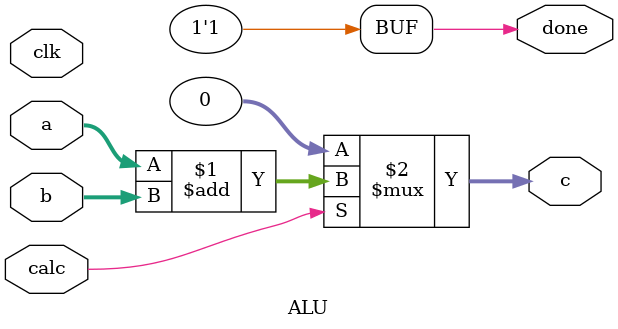
<source format=sv>
module ALU (
	input clk,
	input calc,
	input [31:0] a, 
	input [31:0] b,
	output [31:0] c,
	output done
);
	assign done = 1'b1;
	assign c = calc ? (a+b) : 0;
endmodule
</source>
